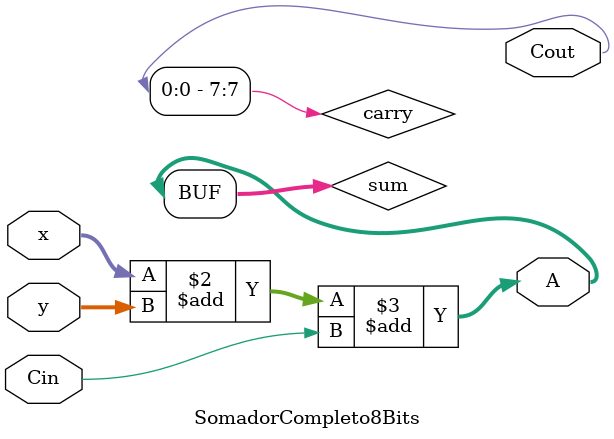
<source format=v>
module SomadorCompleto8Bits(
    input [7:0] x,
    input [7:0] y,
    input Cin,
    output reg [7:0] A,
    output reg Cout
);

reg [7:0] sum;
reg [7:0] carry;

always @(x, y, Cin) begin
  sum = x + y + Cin;
  Cout = carry[7];
  A = sum;
end

endmodule

</source>
